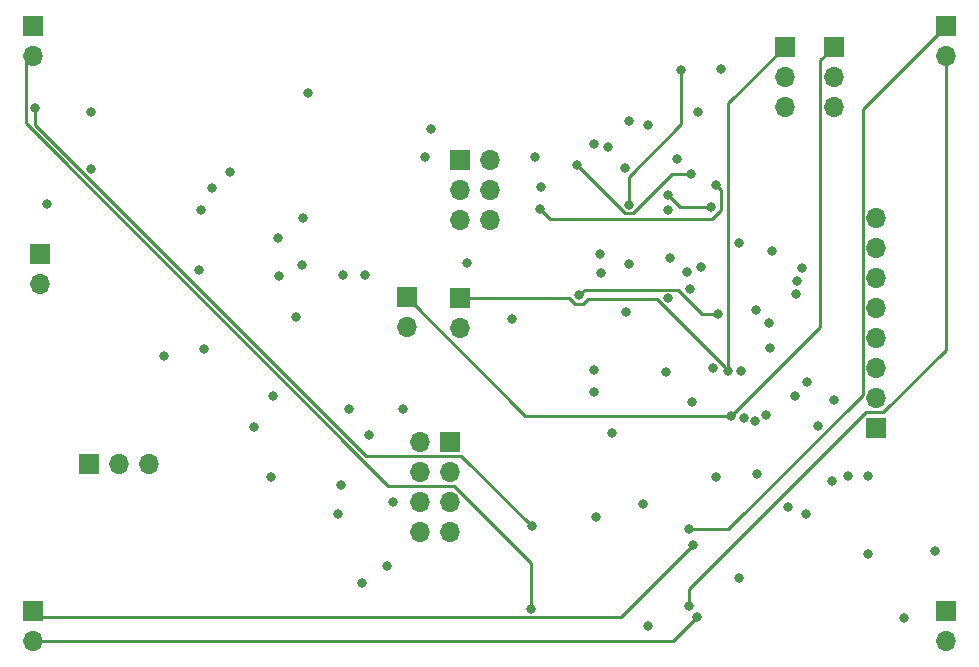
<source format=gbr>
G04 #@! TF.GenerationSoftware,KiCad,Pcbnew,(5.1.6)-1*
G04 #@! TF.CreationDate,2020-10-15T22:30:15-04:00*
G04 #@! TF.ProjectId,electronique_drone,656c6563-7472-46f6-9e69-7175655f6472,3*
G04 #@! TF.SameCoordinates,Original*
G04 #@! TF.FileFunction,Copper,L2,Inr*
G04 #@! TF.FilePolarity,Positive*
%FSLAX46Y46*%
G04 Gerber Fmt 4.6, Leading zero omitted, Abs format (unit mm)*
G04 Created by KiCad (PCBNEW (5.1.6)-1) date 2020-10-15 22:30:15*
%MOMM*%
%LPD*%
G01*
G04 APERTURE LIST*
G04 #@! TA.AperFunction,ViaPad*
%ADD10R,1.700000X1.700000*%
G04 #@! TD*
G04 #@! TA.AperFunction,ViaPad*
%ADD11O,1.700000X1.700000*%
G04 #@! TD*
G04 #@! TA.AperFunction,ViaPad*
%ADD12C,0.800000*%
G04 #@! TD*
G04 #@! TA.AperFunction,Conductor*
%ADD13C,0.250000*%
G04 #@! TD*
G04 APERTURE END LIST*
D10*
X66875660Y-86992460D03*
D11*
X66875660Y-89532460D03*
D10*
X102481380Y-79049880D03*
D11*
X105021380Y-79049880D03*
X102481380Y-81589880D03*
X105021380Y-81589880D03*
X102481380Y-84129880D03*
X105021380Y-84129880D03*
D10*
X71074280Y-104782620D03*
D11*
X73614280Y-104782620D03*
X76154280Y-104782620D03*
D10*
X129989580Y-69435980D03*
D11*
X129989580Y-71975980D03*
X129989580Y-74515980D03*
X134167880Y-74503280D03*
X134167880Y-71963280D03*
D10*
X134167880Y-69423280D03*
D11*
X102494080Y-93258640D03*
D10*
X102494080Y-90718640D03*
X97988120Y-90655140D03*
D11*
X97988120Y-93195140D03*
X66354960Y-70203060D03*
D10*
X66354960Y-67663060D03*
X143583660Y-67663060D03*
D11*
X143583660Y-70203060D03*
X66354960Y-119753380D03*
D10*
X66354960Y-117213380D03*
X143583660Y-117213380D03*
D11*
X143583660Y-119753380D03*
D10*
X137731500Y-101742240D03*
D11*
X137731500Y-99202240D03*
X137731500Y-96662240D03*
X137731500Y-94122240D03*
X137731500Y-91582240D03*
X137731500Y-89042240D03*
X137731500Y-86502240D03*
X137731500Y-83962240D03*
D10*
X101610160Y-102875080D03*
D11*
X99070160Y-102875080D03*
X101610160Y-105415080D03*
X99070160Y-105415080D03*
X101610160Y-107955080D03*
X99070160Y-107955080D03*
X101610160Y-110495080D03*
X99070160Y-110495080D03*
D12*
X67505580Y-82778600D03*
X71272400Y-79756000D03*
X92531960Y-88767920D03*
X89094506Y-87918486D03*
X85024200Y-101600000D03*
X83014820Y-80012540D03*
X80342740Y-88331040D03*
X113781840Y-96799160D03*
X128691640Y-94978220D03*
X114032820Y-109268260D03*
X126108460Y-114432080D03*
X118399560Y-76080620D03*
X116456460Y-79695040D03*
X120115500Y-81950560D03*
X123746260Y-82961480D03*
X87040960Y-85587840D03*
X87129620Y-88805780D03*
X89143840Y-83913980D03*
X80561180Y-83225640D03*
X71234300Y-74932540D03*
X77411580Y-95592900D03*
X89598500Y-73383140D03*
X120840500Y-78933040D03*
X128640840Y-92801440D03*
X123904167Y-96595773D03*
X117970300Y-108155740D03*
X131800600Y-108955840D03*
X133954520Y-106225340D03*
X113781840Y-98674160D03*
X93093540Y-100121720D03*
X94744540Y-102346760D03*
X96781620Y-107950000D03*
X114368580Y-86944200D03*
X120279160Y-87353140D03*
X116552980Y-91887040D03*
X108800900Y-78729840D03*
X126493044Y-100866045D03*
X103040180Y-87734140D03*
X109321600Y-81343240D03*
X116758720Y-75719940D03*
X108496100Y-117015260D03*
X121881900Y-110269020D03*
X122565160Y-117678200D03*
X140108940Y-117772180D03*
X97675700Y-100070920D03*
X92392500Y-106499660D03*
X92161360Y-109024420D03*
X114983260Y-77957680D03*
X116792692Y-87805260D03*
X113794540Y-77630020D03*
X121696480Y-88463120D03*
X120096280Y-90737274D03*
X128869440Y-86741000D03*
X114454940Y-88574880D03*
X130942080Y-90408760D03*
X124282200Y-92057220D03*
X112572800Y-90446860D03*
X125188980Y-96855280D03*
X125463299Y-100667820D03*
X106865420Y-92450920D03*
X108587540Y-110050580D03*
X66461160Y-74584560D03*
X121864120Y-116791740D03*
X122204480Y-111635540D03*
X142681960Y-112158780D03*
X88577420Y-92323920D03*
X94406960Y-88767920D03*
X122036840Y-80223360D03*
X112344539Y-79456280D03*
X124152660Y-81180940D03*
X109289680Y-83185000D03*
X127467613Y-101090187D03*
X128362362Y-100643591D03*
X132796280Y-101584760D03*
X122087640Y-99491800D03*
X96311720Y-113355120D03*
X94173040Y-114851180D03*
X115374420Y-102148640D03*
X119884801Y-96991726D03*
X118427552Y-118501108D03*
X121925080Y-89933780D03*
X124190760Y-105887520D03*
X122897900Y-88074500D03*
X126098300Y-86015990D03*
X131465320Y-88198960D03*
X137055860Y-112351820D03*
X127543560Y-91706700D03*
X131023360Y-89227660D03*
X81447640Y-81376520D03*
X80766920Y-94985840D03*
X86438740Y-105897680D03*
X86644480Y-99039680D03*
X130215640Y-108399580D03*
X134162800Y-99367340D03*
X136997440Y-105755440D03*
X131878082Y-97778883D03*
X135295640Y-105770680D03*
X130840480Y-99026980D03*
X100063300Y-76380340D03*
X99537520Y-78808580D03*
X124612640Y-71323200D03*
X122668820Y-74996040D03*
X127650240Y-105577640D03*
X126263400Y-96890840D03*
X116794280Y-82818811D03*
X121208800Y-71424800D03*
X120058180Y-83268820D03*
D13*
X120115500Y-81950560D02*
X121126420Y-82961480D01*
X121126420Y-82961480D02*
X123746260Y-82961480D01*
X65736159Y-70821861D02*
X66354960Y-70203060D01*
X96397069Y-106590081D02*
X65736159Y-75929171D01*
X101984163Y-106590081D02*
X96397069Y-106590081D01*
X65736159Y-75929171D02*
X65736159Y-70821861D01*
X108496100Y-113102018D02*
X101984163Y-106590081D01*
X108496100Y-117015260D02*
X108496100Y-113102018D01*
X136556499Y-74690221D02*
X143583660Y-67663060D01*
X136556499Y-98897543D02*
X136556499Y-74690221D01*
X125185022Y-110269020D02*
X136556499Y-98897543D01*
X121881900Y-110269020D02*
X125185022Y-110269020D01*
X66354960Y-119753380D02*
X120489980Y-119753380D01*
X120489980Y-119753380D02*
X122565160Y-117678200D01*
X120909279Y-89990981D02*
X113028679Y-89990981D01*
X124282200Y-92057220D02*
X122975518Y-92057220D01*
X113028679Y-89990981D02*
X112572800Y-90446860D01*
X122975518Y-92057220D02*
X120909279Y-89990981D01*
X125188980Y-74236580D02*
X125188980Y-96855280D01*
X129989580Y-69435980D02*
X125188980Y-74236580D01*
X112891401Y-91189641D02*
X113280021Y-90801021D01*
X111736018Y-90718640D02*
X112207019Y-91189641D01*
X112207019Y-91189641D02*
X112891401Y-91189641D01*
X102494080Y-90718640D02*
X111736018Y-90718640D01*
X119134721Y-90801021D02*
X124788981Y-96455281D01*
X124788981Y-96455281D02*
X125188980Y-96855280D01*
X113280021Y-90801021D02*
X119134721Y-90801021D01*
X108000801Y-100667821D02*
X124897614Y-100667820D01*
X124897614Y-100667820D02*
X125463299Y-100667820D01*
X97988120Y-90655140D02*
X108000801Y-100667821D01*
X132992879Y-93138240D02*
X125463299Y-100667820D01*
X132992879Y-70598281D02*
X132992879Y-93138240D01*
X134167880Y-69423280D02*
X132992879Y-70598281D01*
X66461160Y-76017762D02*
X66461160Y-74584560D01*
X94493479Y-104050081D02*
X66461160Y-76017762D01*
X102587041Y-104050081D02*
X94493479Y-104050081D01*
X108587540Y-110050580D02*
X102587041Y-104050081D01*
X138295501Y-100377241D02*
X143583660Y-95089082D01*
X143583660Y-95089082D02*
X143583660Y-70203060D01*
X121864120Y-115324618D02*
X136811497Y-100377241D01*
X136811497Y-100377241D02*
X138295501Y-100377241D01*
X121864120Y-116791740D02*
X121864120Y-115324618D01*
X66881841Y-117740261D02*
X66354960Y-117213380D01*
X116099759Y-117740261D02*
X66881841Y-117740261D01*
X122204480Y-111635540D02*
X116099759Y-117740261D01*
X117142281Y-83543812D02*
X116432071Y-83543812D01*
X122036840Y-80223360D02*
X120462733Y-80223360D01*
X116432071Y-83543812D02*
X112344539Y-79456280D01*
X120462733Y-80223360D02*
X117142281Y-83543812D01*
X124552659Y-81580939D02*
X124552659Y-83228083D01*
X123786921Y-83993821D02*
X110098501Y-83993821D01*
X124152660Y-81180940D02*
X124552659Y-81580939D01*
X110098501Y-83993821D02*
X109289680Y-83185000D01*
X124552659Y-83228083D02*
X123786921Y-83993821D01*
X121208800Y-76005521D02*
X121208800Y-71424800D01*
X116794280Y-82818811D02*
X116794280Y-80420041D01*
X116794280Y-80420041D02*
X121208800Y-76005521D01*
M02*

</source>
